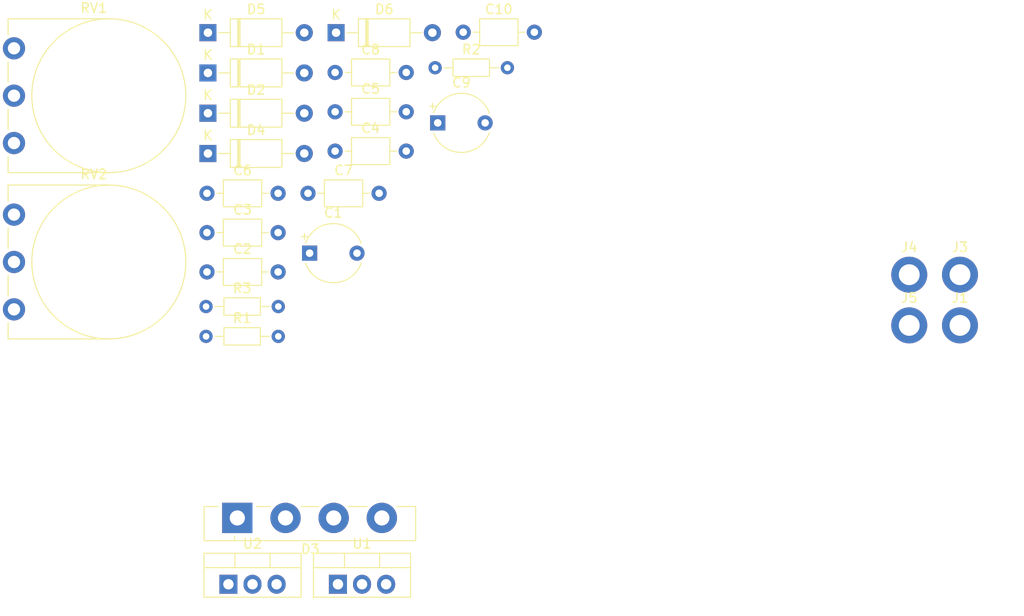
<source format=kicad_pcb>
(kicad_pcb (version 20211014) (generator pcbnew)
  (layers (0 "F.Cu" signal) (31 "B.Cu" signal) (34 "B.Paste" user) (35 "F.Paste" user) (36 "B.SilkS" user "B.Silkscreen") (37 "F.SilkS" user "F.Silkscreen") (38 "B.Mask" user) (39 "F.Mask" user) (44 "Edge.Cuts" user))
  (net 0 "")
  (net 1 "Net-(C1-Pad1)")
  (net 2 "Net-(D3-Pad2)")
  (net 3 "Net-(D3-Pad3)")
  (net 4 "Net-(C10-Pad2)")
  (net 5 "Net-(C5-Pad1)")
  (net 6 "Net-(C3-Pad1)")
  (net 7 "Net-(C6-Pad2)")
  (net 8 "Net-(C7-Pad2)")
  (net 9 "GND")
  (net 10 "Net-(D6-Pad2)")
  (footprint "Diode_THT:D_A-405_P10.16mm_Horizontal" (layer "F.Cu") (at 126.44 43.65)
    (fp_text reference "D2" (at 5.08 -2.47) (layer "F.SilkS"))
    (fp_text value "1N4004")
    (fp_text user "K" (at 0 -1.9) (layer "F.SilkS"))
    (fp_line (start 3.14 -1.47) (end 3.14 1.47) (layer "F.SilkS") (width 0.12))
    (fp_line (start 7.8 -1.47) (end 2.36 -1.47) (layer "F.SilkS") (width 0.12))
    (fp_line (start 2.36 1.47) (end 7.8 1.47) (layer "F.SilkS") (width 0.12))
    (fp_line (start 1.14 0) (end 2.36 0) (layer "F.SilkS") (width 0.12))
    (fp_line (start 3.26 -1.47) (end 3.26 1.47) (layer "F.SilkS") (width 0.12))
    (fp_line (start 3.38 -1.47) (end 3.38 1.47) (layer "F.SilkS") (width 0.12))
    (fp_line (start 9.02 0) (end 7.8 0) (layer "F.SilkS") (width 0.12))
    (fp_line (start 2.36 -1.47) (end 2.36 1.47) (layer "F.SilkS") (width 0.12))
    (fp_line (start 7.8 1.47) (end 7.8 -1.47) (layer "F.SilkS") (width 0.12))
    (pad "1" thru_hole rect (at 0 0) (size 1.8 1.8) (drill 0.9) (layers *.Cu *.Mask) (net 6 "Net-(C3-Pad1)"))
    (pad "2" thru_hole oval (at 10.16 0) (size 1.8 1.8) (drill 0.9) (layers *.Cu *.Mask) (net 5 "Net-(C5-Pad1)"))
  )
  (footprint "Diode_THT:D_A-405_P10.16mm_Horizontal" (layer "F.Cu") (at 139.95 35.15)
    (fp_text reference "D6" (at 5.08 -2.47) (layer "F.SilkS"))
    (fp_text value "D")
    (fp_text user "K" (at 0 -1.9) (layer "F.SilkS"))
    (fp_line (start 1.14 0) (end 2.36 0) (layer "F.SilkS") (width 0.12))
    (fp_line (start 3.14 -1.47) (end 3.14 1.47) (layer "F.SilkS") (width 0.12))
    (fp_line (start 9.02 0) (end 7.8 0) (layer "F.SilkS") (width 0.12))
    (fp_line (start 7.8 1.47) (end 7.8 -1.47) (layer "F.SilkS") (width 0.12))
    (fp_line (start 7.8 -1.47) (end 2.36 -1.47) (layer "F.SilkS") (width 0.12))
    (fp_line (start 2.36 -1.47) (end 2.36 1.47) (layer "F.SilkS") (width 0.12))
    (fp_line (start 3.38 -1.47) (end 3.38 1.47) (layer "F.SilkS") (width 0.12))
    (fp_line (start 3.26 -1.47) (end 3.26 1.47) (layer "F.SilkS") (width 0.12))
    (fp_line (start 2.36 1.47) (end 7.8 1.47) (layer "F.SilkS") (width 0.12))
    (pad "1" thru_hole rect (at 0 0) (size 1.8 1.8) (drill 0.9) (layers *.Cu *.Mask) (net 9 "GND"))
    (pad "2" thru_hole oval (at 10.16 0) (size 1.8 1.8) (drill 0.9) (layers *.Cu *.Mask) (net 10 "Net-(D6-Pad2)"))
  )
  (footprint "Package_TO_SOT_THT:TO-220-3_Vertical" (layer "F.Cu") (at 128.6 93.36)
    (fp_text reference "U2" (at 2.54 -4.27) (layer "F.SilkS"))
    (fp_text value "LM337_TO220")
    (fp_line (start -2.58 -1.76) (end 7.66 -1.76) (layer "F.SilkS") (width 0.12))
    (fp_line (start -2.58 -3.27) (end 7.66 -3.27) (layer "F.SilkS") (width 0.12))
    (fp_line (start 0.69 -3.27) (end 0.69 -1.76) (layer "F.SilkS") (width 0.12))
    (fp_line (start -2.58 1.371) (end 7.66 1.371) (layer "F.SilkS") (width 0.12))
    (fp_line (start 7.66 -3.27) (end 7.66 1.371) (layer "F.SilkS") (width 0.12))
    (fp_line (start 4.391 -3.27) (end 4.391 -1.76) (layer "F.SilkS") (width 0.12))
    (fp_line (start -2.58 -3.27) (end -2.58 1.371) (layer "F.SilkS") (width 0.12))
    (pad "1" thru_hole rect (at 0 0) (size 1.905 2) (drill 1.1) (layers *.Cu *.Mask) (net 7 "Net-(C6-Pad2)"))
    (pad "2" thru_hole oval (at 2.54 0) (size 1.905 2) (drill 1.1) (layers *.Cu *.Mask) (net 4 "Net-(C10-Pad2)"))
    (pad "3" thru_hole oval (at 5.08 0) (size 1.905 2) (drill 1.1) (layers *.Cu *.Mask) (net 8 "Net-(C7-Pad2)"))
  )
  (footprint "Resistor_THT:R_Axial_DIN0204_L3.6mm_D1.6mm_P7.62mm_Horizontal" (layer "F.Cu") (at 126.24 64.05)
    (fp_text reference "R3" (at 3.81 -1.92) (layer "F.SilkS"))
    (fp_text value "1k")
    (fp_line (start 6.68 0) (end 5.73 0) (layer "F.SilkS") (width 0.12))
    (fp_line (start 0.94 0) (end 1.89 0) (layer "F.SilkS") (width 0.12))
    (fp_line (start 5.73 -0.92) (end 1.89 -0.92) (layer "F.SilkS") (width 0.12))
    (fp_line (start 5.73 0.92) (end 5.73 -0.92) (layer "F.SilkS") (width 0.12))
    (fp_line (start 1.89 0.92) (end 5.73 0.92) (layer "F.SilkS") (width 0.12))
    (fp_line (start 1.89 -0.92) (end 1.89 0.92) (layer "F.SilkS") (width 0.12))
    (pad "1" thru_hole circle (at 0 0) (size 1.4 1.4) (drill 0.7) (layers *.Cu *.Mask) (net 1 "Net-(C1-Pad1)"))
    (pad "2" thru_hole oval (at 7.62 0) (size 1.4 1.4) (drill 0.7) (layers *.Cu *.Mask) (net 10 "Net-(D6-Pad2)"))
  )
  (footprint "MountingHole:MountingHole_2.2mm_M2_DIN965_Pad" (layer "F.Cu") (at 205.74 66.04)
    (fp_text reference "J1" (at 0 -2.9) (layer "F.SilkS"))
    (fp_text value "Conn_01x01_Male")
    (pad "1" thru_hole circle (at 0 0) (size 3.8 3.8) (drill 2.2) (layers *.Cu *.Mask) (net 6 "Net-(C3-Pad1)"))
  )
  (footprint "Potentiometer_THT:Potentiometer_Piher_T-16L_Single_Vertical_Hole" (layer "F.Cu") (at 105.99 64.35)
    (fp_text reference "RV2" (at 8.415 -14.25) (layer "F.SilkS"))
    (fp_text value "R_Potentiometer")
    (fp_line (start -0.62 1.425) (end -0.62 3.12) (layer "F.SilkS") (width 0.12))
    (fp_line (start -0.62 -13.12) (end 10 -13.12) (layer "F.SilkS") (width 0.12))
    (fp_line (start -0.62 3.12) (end 10 3.12) (layer "F.SilkS") (width 0.12))
    (fp_line (start -0.62 -13.12) (end -0.62 -11.426) (layer "F.SilkS") (width 0.12))
    (fp_line (start -0.62 -8.574) (end -0.62 -6.425) (layer "F.SilkS") (width 0.12))
    (fp_line (start -0.62 -3.575) (end -0.62 -1.425) (layer "F.SilkS") (width 0.12))
    (fp_circle (center 10 -5) (end 18.12 -5) (layer "F.SilkS") (width 0.12) (fill none))
    (pad "" np_thru_hole circle (at 10 -5) (size 7.5 7.5) (drill 7.5) (layers *.Cu *.Mask))
    (pad "1" thru_hole circle (at 0 0) (size 2.34 2.34) (drill 1.3) (layers *.Cu *.Mask) (net 9 "GND"))
    (pad "2" thru_hole circle (at 0 -5) (size 2.34 2.34) (drill 1.3) (layers *.Cu *.Mask) (net 9 "GND"))
    (pad "3" thru_hole circle (at 0 -10) (size 2.34 2.34) (drill 1.3) (layers *.Cu *.Mask) (net 7 "Net-(C6-Pad2)"))
  )
  (footprint "Resistor_THT:R_Axial_DIN0204_L3.6mm_D1.6mm_P7.62mm_Horizontal" (layer "F.Cu") (at 126.24 67.2)
    (fp_text reference "R1" (at 3.81 -1.92) (layer "F.SilkS"))
    (fp_text value "240")
    (fp_line (start 1.89 0.92) (end 5.73 0.92) (layer "F.SilkS") (width 0.12))
    (fp_line (start 5.73 0.92) (end 5.73 -0.92) (layer "F.SilkS") (width 0.12))
    (fp_line (start 5.73 -0.92) (end 1.89 -0.92) (layer "F.SilkS") (width 0.12))
    (fp_line (start 0.94 0) (end 1.89 0) (layer "F.SilkS") (width 0.12))
    (fp_line (start 1.89 -0.92) (end 1.89 0.92) (layer "F.SilkS") (width 0.12))
    (fp_line (start 6.68 0) (end 5.73 0) (layer "F.SilkS") (width 0.12))
    (pad "1" thru_hole circle (at 0 0) (size 1.4 1.4) (drill 0.7) (layers *.Cu *.Mask) (net 6 "Net-(C3-Pad1)"))
    (pad "2" thru_hole oval (at 7.62 0) (size 1.4 1.4) (drill 0.7) (layers *.Cu *.Mask) (net 5 "Net-(C5-Pad1)"))
  )
  (footprint "Diode_THT:Diode_Bridge_Vishay_GBU" (layer "F.Cu") (at 129.54 86.36)
    (fp_text reference "D3" (at 7.7 3.3 180) (layer "F.SilkS"))
    (fp_text value "GBU4A")
    (fp_line (start 16.8 -1.2) (end 18.8 -1.2) (layer "F.SilkS") (width 0.12))
    (fp_line (start -3.5 2.4) (end -3.5 -1.2) (layer "F.SilkS") (width 0.12))
    (fp_line (start 2 -1.2) (end 3.5 -1.2) (layer "F.SilkS") (width 0.12))
    (fp_line (start -3.5 -1.2) (end -2 -1.2) (layer "F.SilkS") (width 0.12))
    (fp_line (start 11.7 -1.2) (end 13.7 -1.2) (layer "F.SilkS") (width 0.12))
    (fp_line (start 18.8 -1.2) (end 18.8 2.4) (layer "F.SilkS") (width 0.12))
    (fp_line (start 6.7 -1.2) (end 8.6 -1.2) (layer "F.SilkS") (width 0.12))
    (fp_line (start -0.3 2.4) (end -0.3 1.9) (layer "F.SilkS") (width 0.12))
    (fp_line (start 18.8 2.4) (end -3.5 2.4) (layer "F.SilkS") (width 0.12))
    (pad "1" thru_hole rect (at 0 0) (size 3.2 3.2) (drill 1.6) (layers *.Cu *.Mask) (net 1 "Net-(C1-Pad1)"))
    (pad "2" thru_hole circle (at 5.08 0) (size 3.2 3.2) (drill 1.6) (layers *.Cu *.Mask) (net 2 "Net-(D3-Pad2)"))
    (pad "3" thru_hole circle (at 10.16 0) (size 3.2 3.2) (drill 1.6) (layers *.Cu *.Mask) (net 3 "Net-(D3-Pad3)"))
    (pad "4" thru_hole circle (at 15.24 0) (size 3.2 3.2) (drill 1.6) (layers *.Cu *.Mask) (net 4 "Net-(C10-Pad2)"))
  )
  (footprint "MountingHole:MountingHole_2.2mm_M2_DIN965_Pad" (layer "F.Cu") (at 200.39 66.04)
    (fp_text reference "J5" (at 0 -2.9) (layer "F.SilkS"))
    (fp_text value "Conn_01x01_Male")
    (pad "1" thru_hole circle (at 0 0) (size 3.8 3.8) (drill 2.2) (layers *.Cu *.Mask) (net 8 "Net-(C7-Pad2)"))
  )
  (footprint "Capacitor_THT:C_Axial_L3.8mm_D2.6mm_P7.50mm_Horizontal" (layer "F.Cu") (at 153.36 35.1)
    (fp_text reference "C10" (at 3.75 -2.42) (layer "F.SilkS"))
    (fp_text value "100nF")
    (fp_line (start 1.73 -1.42) (end 1.73 1.42) (layer "F.SilkS") (width 0.12))
    (fp_line (start 1.73 1.42) (end 5.77 1.42) (layer "F.SilkS") (width 0.12))
    (fp_line (start 5.77 -1.42) (end 1.73 -1.42) (layer "F.SilkS") (width 0.12))
    (fp_line (start 5.77 1.42) (end 5.77 -1.42) (layer "F.SilkS") (width 0.12))
    (fp_line (start 6.46 0) (end 5.77 0) (layer "F.SilkS") (width 0.12))
    (fp_line (start 1.04 0) (end 1.73 0) (layer "F.SilkS") (width 0.12))
    (pad "1" thru_hole circle (at 0 0) (size 1.6 1.6) (drill 0.8) (layers *.Cu *.Mask) (net 9 "GND"))
    (pad "2" thru_hole oval (at 7.5 0) (size 1.6 1.6) (drill 0.8) (layers *.Cu *.Mask) (net 4 "Net-(C10-Pad2)"))
  )
  (footprint "Capacitor_THT:C_Axial_L3.8mm_D2.6mm_P7.50mm_Horizontal" (layer "F.Cu") (at 126.34 52.1)
    (fp_text reference "C6" (at 3.75 -2.42) (layer "F.SilkS"))
    (fp_text value "10uF")
    (fp_line (start 1.73 1.42) (end 5.77 1.42) (layer "F.SilkS") (width 0.12))
    (fp_line (start 6.46 0) (end 5.77 0) (layer "F.SilkS") (width 0.12))
    (fp_line (start 1.73 -1.42) (end 1.73 1.42) (layer "F.SilkS") (width 0.12))
    (fp_line (start 1.04 0) (end 1.73 0) (layer "F.SilkS") (width 0.12))
    (fp_line (start 5.77 -1.42) (end 1.73 -1.42) (layer "F.SilkS") (width 0.12))
    (fp_line (start 5.77 1.42) (end 5.77 -1.42) (layer "F.SilkS") (width 0.12))
    (pad "1" thru_hole circle (at 0 0) (size 1.6 1.6) (drill 0.8) (layers *.Cu *.Mask) (net 9 "GND"))
    (pad "2" thru_hole oval (at 7.5 0) (size 1.6 1.6) (drill 0.8) (layers *.Cu *.Mask) (net 7 "Net-(C6-Pad2)"))
  )
  (footprint "Package_TO_SOT_THT:TO-220-3_Vertical" (layer "F.Cu") (at 140.15 93.36)
    (fp_text reference "U1" (at 2.54 -4.27) (layer "F.SilkS"))
    (fp_text value "LM317_TO-220")
    (fp_line (start -2.58 -3.27) (end -2.58 1.371) (layer "F.SilkS") (width 0.12))
    (fp_line (start 7.66 -3.27) (end 7.66 1.371) (layer "F.SilkS") (width 0.12))
    (fp_line (start -2.58 -1.76) (end 7.66 -1.76) (layer "F.SilkS") (width 0.12))
    (fp_line (start 0.69 -3.27) (end 0.69 -1.76) (layer "F.SilkS") (width 0.12))
    (fp_line (start 4.391 -3.27) (end 4.391 -1.76) (layer "F.SilkS") (width 0.12))
    (fp_line (start -2.58 -3.27) (end 7.66 -3.27) (layer "F.SilkS") (width 0.12))
    (fp_line (start -2.58 1.371) (end 7.66 1.371) (layer "F.SilkS") (width 0.12))
    (pad "1" thru_hole rect (at 0 0) (size 1.905 2) (drill 1.1) (layers *.Cu *.Mask) (net 5 "Net-(C5-Pad1)"))
    (pad "2" thru_hole oval (at 2.54 0) (size 1.905 2) (drill 1.1) (layers *.Cu *.Mask) (net 6 "Net-(C3-Pad1)"))
    (pad "3" thru_hole oval (at 5.08 0) (size 1.905 2) (drill 1.1) (layers *.Cu *.Mask) (net 1 "Net-(C1-Pad1)"))
  )
  (footprint "MountingHole:MountingHole_2.2mm_M2_DIN965_Pad" (layer "F.Cu") (at 205.74 60.69)
    (fp_text reference "J3" (at 0 -2.9) (layer "F.SilkS"))
    (fp_text value "Conn_01x01_Male")
    (pad "1" thru_hole circle (at 0 0) (size 3.8 3.8) (drill 2.2) (layers *.Cu *.Mask) (net 9 "GND"))
  )
  (footprint "Diode_THT:D_A-405_P10.16mm_Horizontal" (layer "F.Cu") (at 126.44 35.15)
    (fp_text reference "D5" (at 5.08 -2.47) (layer "F.SilkS"))
    (fp_text value "1N4004")
    (fp_text user "K" (at 0 -1.9) (layer "F.SilkS"))
    (fp_line (start 2.36 1.47) (end 7.8 1.47) (layer "F.SilkS") (width 0.12))
    (fp_line (start 9.02 0) (end 7.8 0) (layer "F.SilkS") (width 0.12))
    (fp_line (start 1.14 0) (end 2.36 0) (layer "F.SilkS") (width 0.12))
    (fp_line (start 3.38 -1.47) (end 3.38 1.47) (layer "F.SilkS") (width 0.12))
    (fp_line (start 7.8 1.47) (end 7.8 -1.47) (layer "F.SilkS") (width 0.12))
    (fp_line (start 3.14 -1.47) (end 3.14 1.47) (layer "F.SilkS") (width 0.12))
    (fp_line (start 2.36 -1.47) (end 2.36 1.47) (layer "F.SilkS") (width 0.12))
    (fp_line (start 7.8 -1.47) (end 2.36 -1.47) (layer "F.SilkS") (width 0.12))
    (fp_line (start 3.26 -1.47) (end 3.26 1.47) (layer "F.SilkS") (width 0.12))
    (pad "1" thru_hole rect (at 0 0) (size 1.8 1.8) (drill 0.9) (layers *.Cu *.Mask) (net 8 "Net-(C7-Pad2)"))
    (pad "2" thru_hole oval (at 10.16 0) (size 1.8 1.8) (drill 0.9) (layers *.Cu *.Mask) (net 4 "Net-(C10-Pad2)"))
  )
  (footprint "Potentiometer_THT:Potentiometer_Piher_T-16L_Single_Vertical_Hole" (layer "F.Cu") (at 105.99 46.8)
    (fp_text reference "RV1" (at 8.415 -14.25) (layer "F.SilkS"))
    (fp_text value "R_Potentiometer")
    (fp_line (start -0.62 -13.12) (end 10 -13.12) (layer "F.SilkS") (width 0.12))
    (fp_line (start -0.62 1.425) (end -0.62 3.12) (layer "F.SilkS") (width 0.12))
    (fp_line (start -0.62 3.12) (end 10 3.12) (layer "F.SilkS") (width 0.12))
    (fp_line (start -0.62 -3.575) (end -0.62 -1.425) (layer "F.SilkS") (width 0.12))
    (fp_line (start -0.62 -13.12) (end -0.62 -11.426) (layer "F.SilkS") (width 0.12))
    (fp_line (start -0.62 -8.574) (end -0.62 -6.425) (layer "F.SilkS") (width 0.12))
    (fp_circle (center 10 -5) (end 18.12 -5) (layer "F.SilkS") (width 0.12) (fill none))
    (pad "" np_thru_hole circle (at 10 -5) (size 7.5 7.5) (drill 7.5) (layers *.Cu *.Mask))
    (pad "1" thru_hole circle (at 0 0) (size 2.34 2.34) (drill 1.3) (layers *.Cu *.Mask) (net 5 "Net-(C5-Pad1)"))
    (pad "2" thru_hole circle (at 0 -5) (size 2.34 2.34) (drill 1.3) (layers *.Cu *.Mask) (net 9 "GND"))
    (pad "3" thru_hole circle (at 0 -10) (size 2.34 2.34) (drill 1.3) (layers *.Cu *.Mask) (net 9 "GND"))
  )
  (footprint "Capacitor_THT:CP_Radial_Tantal_D6.0mm_P5.00mm" (layer "F.Cu") (at 137.16 58.42)
    (fp_text reference "C1" (at 2.5 -4.25) (layer "F.SilkS"))
    (fp_text value "4700uF")
    (fp_line (start -0.539749 -2.055) (end -0.539749 -1.455) (layer "F.SilkS") (width 0.12))
    (fp_line (start -0.839749 -1.755) (end -0.239749 -1.755) (layer "F.SilkS") (width 0.12))
    (fp_arc (start 5.434416 1.06) (mid 2.5 3.12) (end -0.434416 1.06) (layer "F.SilkS") (width 0.12))
    (fp_arc (start -0.434416 -1.06) (mid 2.5 -3.12) (end 5.434416 -1.06) (layer "F.SilkS") (width 0.12))
    (pad "1" thru_hole rect (at 0 0) (size 1.6 1.6) (drill 0.8) (layers *.Cu *.Mask) (net 1 "Net-(C1-Pad1)"))
    (pad "2" thru_hole circle (at 5 0) (size 1.6 1.6) (drill 0.8) (layers *.Cu *.Mask) (net 9 "GND"))
  )
  (footprint "MountingHole:MountingHole_2.2mm_M2_DIN965_Pad" (layer "F.Cu") (at 200.39 60.69)
    (fp_text reference "J4" (at 0 -2.9) (layer "F.SilkS"))
    (fp_text value "Conn_01x01_Male")
    (pad "1" thru_hole circle (at 0 0) (size 3.8 3.8) (drill 2.2) (layers *.Cu *.Mask) (net 9 "GND"))
  )
  (footprint "Capacitor_THT:C_Axial_L3.8mm_D2.6mm_P7.50mm_Horizontal" (layer "F.Cu") (at 126.34 56.25)
    (fp_text reference "C3" (at 3.75 -2.42) (layer "F.SilkS"))
    (fp_text value "100uF")
    (fp_line (start 1.73 -1.42) (end 1.73 1.42) (layer "F.SilkS") (width 0.12))
    (fp_line (start 5.77 -1.42) (end 1.73 -1.42) (layer "F.SilkS") (width 0.12))
    (fp_line (start 1.04 0) (end 1.73 0) (layer "F.SilkS") (width 0.12))
    (fp_line (start 5.77 1.42) (end 5.77 -1.42) (layer "F.SilkS") (width 0.12))
    (fp_line (start 6.46 0) (end 5.77 0) (layer "F.SilkS") (width 0.12))
    (fp_line (start 1.73 1.42) (end 5.77 1.42) (layer "F.SilkS") (width 0.12))
    (pad "1" thru_hole circle (at 0 0) (size 1.6 1.6) (drill 0.8) (layers *.Cu *.Mask) (net 6 "Net-(C3-Pad1)"))
    (pad "2" thru_hole oval (at 7.5 0) (size 1.6 1.6) (drill 0.8) (layers *.Cu *.Mask) (net 9 "GND"))
  )
  (footprint "Diode_THT:D_A-405_P10.16mm_Horizontal" (layer "F.Cu") (at 126.44 47.9)
    (fp_text reference "D4" (at 5.08 -2.47) (layer "F.SilkS"))
    (fp_text value "1N4004")
    (fp_text user "K" (at 0 -1.9) (layer "F.SilkS"))
    (fp_line (start 3.14 -1.47) (end 3.14 1.47) (layer "F.SilkS") (width 0.12))
    (fp_line (start 7.8 1.47) (end 7.8 -1.47) (layer "F.SilkS") (width 0.12))
    (fp_line (start 7.8 -1.47) (end 2.36 -1.47) (layer "F.SilkS") (width 0.12))
    (fp_line (start 3.38 -1.47) (end 3.38 1.47) (layer "F.SilkS") (width 0.12))
    (fp_line (start 2.36 -1.47) (end 2.36 1.47) (layer "F.SilkS") (width 0.12))
    (fp_line (start 2.36 1.47) (end 7.8 1.47) (layer "F.SilkS") (width 0.12))
    (fp_line (start 9.02 0) (end 7.8 0) (layer "F.SilkS") (width 0.12))
    (fp_line (start 3.26 -1.47) (end 3.26 1.47) (layer "F.SilkS") (width 0.12))
    (fp_line (start 1.14 0) (end 2.36 0) (layer "F.SilkS") (width 0.12))
    (pad "1" thru_hole rect (at 0 0) (size 1.8 1.8) (drill 0.9) (layers *.Cu *.Mask) (net 7 "Net-(C6-Pad2)"))
    (pad "2" thru_hole oval (at 10.16 0) (size 1.8 1.8) (drill 0.9) (layers *.Cu *.Mask) (net 8 "Net-(C7-Pad2)"))
  )
  (footprint "Capacitor_THT:C_Axial_L3.8mm_D2.6mm_P7.50mm_Horizontal" (layer "F.Cu") (at 136.99 52.1)
    (fp_text reference "C7" (at 3.75 -2.42) (layer "F.SilkS"))
    (fp_text value "100uF")
    (fp_line (start 5.77 -1.42) (end 1.73 -1.42) (layer "F.SilkS") (width 0.12))
    (fp_line (start 1.04 0) (end 1.73 0) (layer "F.SilkS") (width 0.12))
    (fp_line (start 1.73 1.42) (end 5.77 1.42) (layer "F.SilkS") (width 0.12))
    (fp_line (start 5.77 1.42) (end 5.77 -1.42) (layer "F.SilkS") (width 0.12))
    (fp_line (start 6.46 0) (end 5.77 0) (layer "F.SilkS") (width 0.12))
    (fp_line (start 1.73 -1.42) (end 1.73 1.42) (layer "F.SilkS") (width 0.12))
    (pad "1" thru_hole circle (at 0 0) (size 1.6 1.6) (drill 0.8) (layers *.Cu *.Mask) (net 9 "GND"))
    (pad "2" thru_hole oval (at 7.5 0) (size 1.6 1.6) (drill 0.8) (layers *.Cu *.Mask) (net 8 "Net-(C7-Pad2)"))
  )
  (footprint "Resistor_THT:R_Axial_DIN0204_L3.6mm_D1.6mm_P7.62mm_Horizontal" (layer "F.Cu") (at 150.4 38.85)
    (fp_text reference "R2" (at 3.81 -1.92) (layer "F.SilkS"))
    (fp_text value "240")
    (fp_line (start 1.89 -0.92) (end 1.89 0.92) (layer "F.SilkS") (width 0.12))
    (fp_line (start 5.73 0.92) (end 5.73 -0.92) (layer "F.SilkS") (width 0.12))
    (fp_line (start 6.68 0) (end 5.73 0) (layer "F.SilkS") (width 0.12))
    (fp_line (start 1.89 0.92) (end 5.73 0.92) (layer "F.SilkS") (width 0.12))
    (fp_line (start 0.94 0) (end 1.89 0) (layer "F.SilkS") (width 0.12))
    (fp_line (start 5.73 -0.92) (end 1.89 -0.92) (layer "F.SilkS") (width 0.12))
    (pad "1" thru_hole circle (at 0 0) (size 1.4 1.4) (drill 0.7) (layers *.Cu *.Mask) (net 7 "Net-(C6-Pad2)"))
    (pad "2" thru_hole oval (at 7.62 0) (size 1.4 1.4) (drill 0.7) (layers *.Cu *.Mask) (net 8 "Net-(C7-Pad2)"))
  )
  (footprint "Capacitor_THT:C_Axial_L3.8mm_D2.6mm_P7.50mm_Horizontal" (layer "F.Cu") (at 139.85 43.5)
    (fp_text reference "C5" (at 3.75 -2.42) (layer "F.SilkS"))
    (fp_text value "10uF")
    (fp_line (start 1.73 -1.42) (end 1.73 1.42) (layer "F.SilkS") (width 0.12))
    (fp_line (start 5.77 -1.42) (end 1.73 -1.42) (layer "F.SilkS") (width 0.12))
    (fp_line (start 1.04 0) (end 1.73 0) (layer "F.SilkS") (width 0.12))
    (fp_line (start 5.77 1.42) (end 5.77 -1.42) (layer "F.SilkS") (width 0.12))
    (fp_line (start 1.73 1.42) (end 5.77 1.42) (layer "F.SilkS") (width 0.12))
    (fp_line (start 6.46 0) (end 5.77 0) (layer "F.SilkS") (width 0.12))
    (pad "1" thru_hole circle (at 0 0) (size 1.6 1.6) (drill 0.8) (layers *.Cu *.Mask) (net 5 "Net-(C5-Pad1)"))
    (pad "2" thru_hole oval (at 7.5 0) (size 1.6 1.6) (drill 0.8) (layers *.Cu *.Mask) (net 9 "GND"))
  )
  (footprint "Capacitor_THT:C_Axial_L3.8mm_D2.6mm_P7.50mm_Horizontal" (layer "F.Cu") (at 126.34 60.4)
    (fp_text reference "C2" (at 3.75 -2.42) (layer "F.SilkS"))
    (fp_text value "100nF")
    (fp_line (start 1.04 0) (end 1.73 0) (layer "F.SilkS") (width 0.12))
    (fp_line (start 1.73 -1.42) (end 1.73 1.42) (layer "F.SilkS") (width 0.12))
    (fp_line (start 6.46 0) (end 5.77 0) (layer "F.SilkS") (width 0.12))
    (fp_line (start 1.73 1.42) (end 5.77 1.42) (layer "F.SilkS") (width 0.12))
    (fp_line (start 5.77 -1.42) (end 1.73 -1.42) (layer "F.SilkS") (width 0.12))
    (fp_line (start 5.77 1.42) (end 5.77 -1.42) (layer "F.SilkS") (width 0.12))
    (pad "1" thru_hole circle (at 0 0) (size 1.6 1.6) (drill 0.8) (layers *.Cu *.Mask) (net 1 "Net-(C1-Pad1)"))
    (pad "2" thru_hole oval (at 7.5 0) (size 1.6 1.6) (drill 0.8) (layers *.Cu *.Mask) (net 9 "GND"))
  )
  (footprint "Capacitor_THT:C_Axial_L3.8mm_D2.6mm_P7.50mm_Horizontal" (layer "F.Cu") (at 139.85 47.65)
    (fp_text reference "C4" (at 3.75 -2.42) (layer "F.SilkS"))
    (fp_text value "100nF")
    (fp_line (start 1.04 0) (end 1.73 0) (layer "F.SilkS") (width 0.12))
    (fp_line (start 1.73 -1.42) (end 1.73 1.42) (layer "F.SilkS") (width 0.12))
    (fp_line (start 5.77 -1.42) (end 1.73 -1.42) (layer "F.SilkS") (width 0.12))
    (fp_line (start 1.73 1.42) (end 5.77 1.42) (layer "F.SilkS") (width 0.12))
    (fp_line (start 5.77 1.42) (end 5.77 -1.42) (layer "F.SilkS") (width 0.12))
    (fp_line (start 6.46 0) (end 5.77 0) (layer "F.SilkS") (width 0.12))
    (pad "1" thru_hole circle (at 0 0) (size 1.6 1.6) (drill 0.8) (layers *.Cu *.Mask) (net 6 "Net-(C3-Pad1)"))
    (pad "2" thru_hole oval (at 7.5 0) (size 1.6 1.6) (drill 0.8) (layers *.Cu *.Mask) (net 9 "GND"))
  )
  (footprint "Diode_THT:D_A-405_P10.16mm_Horizontal" (layer "F.Cu") (at 126.44 39.4)
    (fp_text reference "D1" (at 5.08 -2.47) (layer "F.SilkS"))
    (fp_text value "1N4004")
    (fp_text user "K" (at 0 -1.9) (layer "F.SilkS"))
    (fp_line (start 7.8 1.47) (end 7.8 -1.47) (layer "F.SilkS") (width 0.12))
    (fp_line (start 3.14 -1.47) (end 3.14 1.47) (layer "F.SilkS") (width 0.12))
    (fp_line (start 7.8 -1.47) (end 2.36 -1.47) (layer "F.SilkS") (width 0.12))
    (fp_line (start 1.14 0) (end 2.36 0) (layer "F.SilkS") (width 0.12))
    (fp_line (start 9.02 0) (end 7.8 0) (layer "F.SilkS") (width 0.12))
    (fp_line (start 3.26 -1.47) (end 3.26 1.47) (layer "F.SilkS") (width 0.12))
    (fp_line (start 3.38 -1.47) (end 3.38 1.47) (layer "F.SilkS") (width 0.12))
    (fp_line (start 2.36 -1.47) (end 2.36 1.47) (layer "F.SilkS") (width 0.12))
    (fp_line (start 2.36 1.47) (end 7.8 1.47) (layer "F.SilkS") (width 0.12))
    (pad "1" thru_hole rect (at 0 0) (size 1.8 1.8) (drill 0.9) (layers *.Cu *.Mask) (net 1 "Net-(C1-Pad1)"))
    (pad "2" thru_hole oval (at 10.16 0) (size 1.8 1.8) (drill 0.9) (layers *.Cu *.Mask) (net 6 "Net-(C3-Pad1)"))
  )
  (footprint "Capacitor_THT:C_Axial_L3.8mm_D2.6mm_P7.50mm_Horizontal" (layer "F.Cu") (at 139.85 39.35)
    (fp_text reference "C8" (at 3.75 -2.42) (layer "F.SilkS"))
    (fp_text value "100nF")
    (fp_line (start 1.73 1.42) (end 5.77 1.42) (layer "F.SilkS") (width 0.12))
    (fp_line (start 5.77 -1.42) (end 1.73 -1.42) (layer "F.SilkS") (width 0.12))
    (fp_line (start 1.73 -1.42) (end 1.73 1.42) (layer "F.SilkS") (width 0.12))
    (fp_line (start 6.46 0) (end 5.77 0) (layer "F.SilkS") (width 0.12))
    (fp_line (start 1.04 0) (end 1.73 0) (layer "F.SilkS") (width 0.12))
    (fp_line (start 5.77 1.42) (end 5.77 -1.42) (layer "F.SilkS") (width 0.12))
    (pad "1" thru_hole circle (at 0 0) (size 1.6 1.6) (drill 0.8) (layers *.Cu *.Mask) (net 9 "GND"))
    (pad "2" thru_hole oval (at 7.5 0) (size 1.6 1.6) (drill 0.8) (layers *.Cu *.Mask) (net 8 "Net-(C7-Pad2)"))
  )
  (footprint "Capacitor_THT:CP_Radial_Tantal_D6.0mm_P5.00mm" (layer "F.Cu") (at 150.67 44.67)
    (fp_text reference "C9" (at 2.5 -4.25) (layer "F.SilkS"))
    (fp_text value "4700uF")
    (fp_line (start -0.539749 -2.055) (end -0.539749 -1.455) (layer "F.SilkS") (width 0.12))
    (fp_line (start -0.839749 -1.755) (end -0.239749 -1.755) (layer "F.SilkS") (width 0.12))
    (fp_arc (start 5.434416 1.06) (mid 2.5 3.12) (end -0.434416 1.06) (layer "F.SilkS") (width 0.12))
    (fp_arc (start -0.434416 -1.06) (mid 2.5 -3.12) (end 5.434416 -1.06) (layer "F.SilkS") (width 0.12))
    (pad "1" thru_hole rect (at 0 0) (size 1.6 1.6) (drill 0.8) (layers *.Cu *.Mask) (net 9 "GND"))
    (pad "2" thru_hole circle (at 5 0) (size 1.6 1.6) (drill 0.8) (layers *.Cu *.Mask) (net 4 "Net-(C10-Pad2)"))
  )
)
</source>
